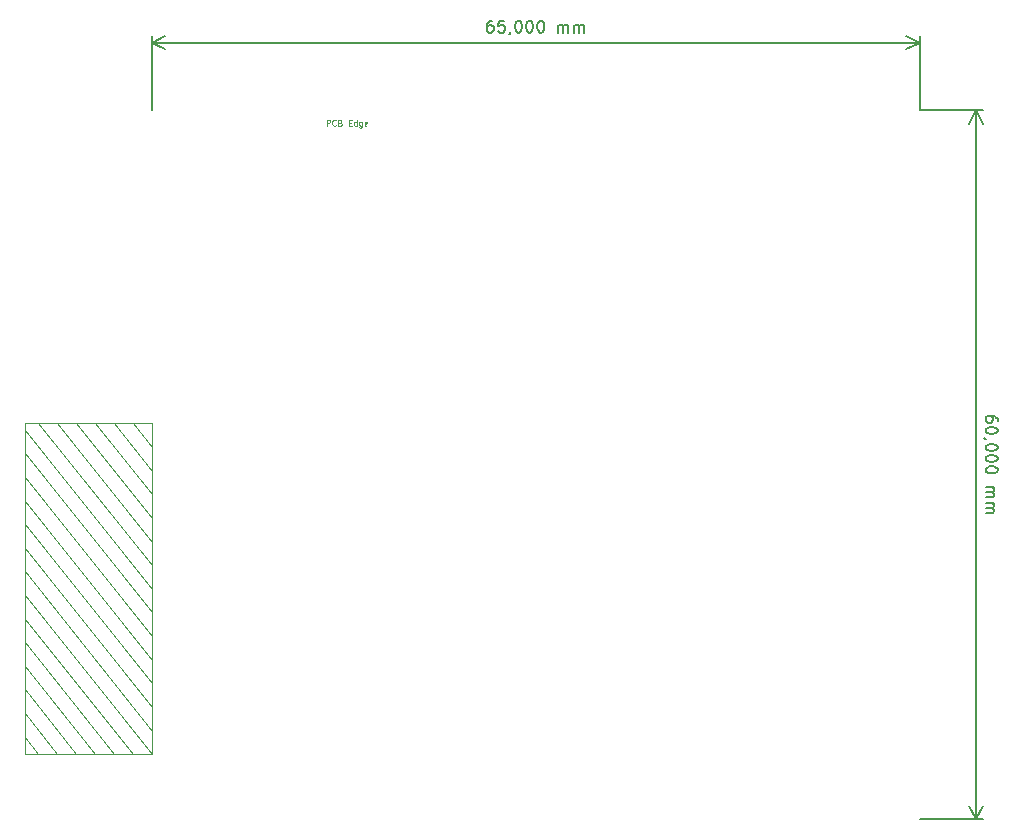
<source format=gbr>
G04 #@! TF.GenerationSoftware,KiCad,Pcbnew,5.1.4-e60b266~84~ubuntu18.04.1*
G04 #@! TF.CreationDate,2020-01-21T10:37:06-03:00*
G04 #@! TF.ProjectId,tecsci_dip,74656373-6369-45f6-9469-702e6b696361,v1.3*
G04 #@! TF.SameCoordinates,Original*
G04 #@! TF.FileFunction,Drawing*
%FSLAX46Y46*%
G04 Gerber Fmt 4.6, Leading zero omitted, Abs format (unit mm)*
G04 Created by KiCad (PCBNEW 5.1.4-e60b266~84~ubuntu18.04.1) date 2020-01-21 10:37:06*
%MOMM*%
%LPD*%
G04 APERTURE LIST*
%ADD10C,0.150000*%
%ADD11C,0.100000*%
%ADD12C,0.080000*%
G04 APERTURE END LIST*
D10*
X127597619Y-81333333D02*
X127597619Y-81142857D01*
X127550000Y-81047619D01*
X127502380Y-81000000D01*
X127359523Y-80904761D01*
X127169047Y-80857142D01*
X126788095Y-80857142D01*
X126692857Y-80904761D01*
X126645238Y-80952380D01*
X126597619Y-81047619D01*
X126597619Y-81238095D01*
X126645238Y-81333333D01*
X126692857Y-81380952D01*
X126788095Y-81428571D01*
X127026190Y-81428571D01*
X127121428Y-81380952D01*
X127169047Y-81333333D01*
X127216666Y-81238095D01*
X127216666Y-81047619D01*
X127169047Y-80952380D01*
X127121428Y-80904761D01*
X127026190Y-80857142D01*
X127597619Y-82047619D02*
X127597619Y-82142857D01*
X127550000Y-82238095D01*
X127502380Y-82285714D01*
X127407142Y-82333333D01*
X127216666Y-82380952D01*
X126978571Y-82380952D01*
X126788095Y-82333333D01*
X126692857Y-82285714D01*
X126645238Y-82238095D01*
X126597619Y-82142857D01*
X126597619Y-82047619D01*
X126645238Y-81952380D01*
X126692857Y-81904761D01*
X126788095Y-81857142D01*
X126978571Y-81809523D01*
X127216666Y-81809523D01*
X127407142Y-81857142D01*
X127502380Y-81904761D01*
X127550000Y-81952380D01*
X127597619Y-82047619D01*
X126645238Y-82857142D02*
X126597619Y-82857142D01*
X126502380Y-82809523D01*
X126454761Y-82761904D01*
X127597619Y-83476190D02*
X127597619Y-83571428D01*
X127550000Y-83666666D01*
X127502380Y-83714285D01*
X127407142Y-83761904D01*
X127216666Y-83809523D01*
X126978571Y-83809523D01*
X126788095Y-83761904D01*
X126692857Y-83714285D01*
X126645238Y-83666666D01*
X126597619Y-83571428D01*
X126597619Y-83476190D01*
X126645238Y-83380952D01*
X126692857Y-83333333D01*
X126788095Y-83285714D01*
X126978571Y-83238095D01*
X127216666Y-83238095D01*
X127407142Y-83285714D01*
X127502380Y-83333333D01*
X127550000Y-83380952D01*
X127597619Y-83476190D01*
X127597619Y-84428571D02*
X127597619Y-84523809D01*
X127550000Y-84619047D01*
X127502380Y-84666666D01*
X127407142Y-84714285D01*
X127216666Y-84761904D01*
X126978571Y-84761904D01*
X126788095Y-84714285D01*
X126692857Y-84666666D01*
X126645238Y-84619047D01*
X126597619Y-84523809D01*
X126597619Y-84428571D01*
X126645238Y-84333333D01*
X126692857Y-84285714D01*
X126788095Y-84238095D01*
X126978571Y-84190476D01*
X127216666Y-84190476D01*
X127407142Y-84238095D01*
X127502380Y-84285714D01*
X127550000Y-84333333D01*
X127597619Y-84428571D01*
X127597619Y-85380952D02*
X127597619Y-85476190D01*
X127550000Y-85571428D01*
X127502380Y-85619047D01*
X127407142Y-85666666D01*
X127216666Y-85714285D01*
X126978571Y-85714285D01*
X126788095Y-85666666D01*
X126692857Y-85619047D01*
X126645238Y-85571428D01*
X126597619Y-85476190D01*
X126597619Y-85380952D01*
X126645238Y-85285714D01*
X126692857Y-85238095D01*
X126788095Y-85190476D01*
X126978571Y-85142857D01*
X127216666Y-85142857D01*
X127407142Y-85190476D01*
X127502380Y-85238095D01*
X127550000Y-85285714D01*
X127597619Y-85380952D01*
X126597619Y-86904761D02*
X127264285Y-86904761D01*
X127169047Y-86904761D02*
X127216666Y-86952380D01*
X127264285Y-87047619D01*
X127264285Y-87190476D01*
X127216666Y-87285714D01*
X127121428Y-87333333D01*
X126597619Y-87333333D01*
X127121428Y-87333333D02*
X127216666Y-87380952D01*
X127264285Y-87476190D01*
X127264285Y-87619047D01*
X127216666Y-87714285D01*
X127121428Y-87761904D01*
X126597619Y-87761904D01*
X126597619Y-88238095D02*
X127264285Y-88238095D01*
X127169047Y-88238095D02*
X127216666Y-88285714D01*
X127264285Y-88380952D01*
X127264285Y-88523809D01*
X127216666Y-88619047D01*
X127121428Y-88666666D01*
X126597619Y-88666666D01*
X127121428Y-88666666D02*
X127216666Y-88714285D01*
X127264285Y-88809523D01*
X127264285Y-88952380D01*
X127216666Y-89047619D01*
X127121428Y-89095238D01*
X126597619Y-89095238D01*
X125750000Y-55000000D02*
X125750000Y-115000000D01*
X121000000Y-55000000D02*
X126336421Y-55000000D01*
X121000000Y-115000000D02*
X126336421Y-115000000D01*
X125750000Y-115000000D02*
X125163579Y-113873496D01*
X125750000Y-115000000D02*
X126336421Y-113873496D01*
X125750000Y-55000000D02*
X125163579Y-56126504D01*
X125750000Y-55000000D02*
X126336421Y-56126504D01*
X84833333Y-47402380D02*
X84642857Y-47402380D01*
X84547619Y-47450000D01*
X84500000Y-47497619D01*
X84404761Y-47640476D01*
X84357142Y-47830952D01*
X84357142Y-48211904D01*
X84404761Y-48307142D01*
X84452380Y-48354761D01*
X84547619Y-48402380D01*
X84738095Y-48402380D01*
X84833333Y-48354761D01*
X84880952Y-48307142D01*
X84928571Y-48211904D01*
X84928571Y-47973809D01*
X84880952Y-47878571D01*
X84833333Y-47830952D01*
X84738095Y-47783333D01*
X84547619Y-47783333D01*
X84452380Y-47830952D01*
X84404761Y-47878571D01*
X84357142Y-47973809D01*
X85833333Y-47402380D02*
X85357142Y-47402380D01*
X85309523Y-47878571D01*
X85357142Y-47830952D01*
X85452380Y-47783333D01*
X85690476Y-47783333D01*
X85785714Y-47830952D01*
X85833333Y-47878571D01*
X85880952Y-47973809D01*
X85880952Y-48211904D01*
X85833333Y-48307142D01*
X85785714Y-48354761D01*
X85690476Y-48402380D01*
X85452380Y-48402380D01*
X85357142Y-48354761D01*
X85309523Y-48307142D01*
X86357142Y-48354761D02*
X86357142Y-48402380D01*
X86309523Y-48497619D01*
X86261904Y-48545238D01*
X86976190Y-47402380D02*
X87071428Y-47402380D01*
X87166666Y-47450000D01*
X87214285Y-47497619D01*
X87261904Y-47592857D01*
X87309523Y-47783333D01*
X87309523Y-48021428D01*
X87261904Y-48211904D01*
X87214285Y-48307142D01*
X87166666Y-48354761D01*
X87071428Y-48402380D01*
X86976190Y-48402380D01*
X86880952Y-48354761D01*
X86833333Y-48307142D01*
X86785714Y-48211904D01*
X86738095Y-48021428D01*
X86738095Y-47783333D01*
X86785714Y-47592857D01*
X86833333Y-47497619D01*
X86880952Y-47450000D01*
X86976190Y-47402380D01*
X87928571Y-47402380D02*
X88023809Y-47402380D01*
X88119047Y-47450000D01*
X88166666Y-47497619D01*
X88214285Y-47592857D01*
X88261904Y-47783333D01*
X88261904Y-48021428D01*
X88214285Y-48211904D01*
X88166666Y-48307142D01*
X88119047Y-48354761D01*
X88023809Y-48402380D01*
X87928571Y-48402380D01*
X87833333Y-48354761D01*
X87785714Y-48307142D01*
X87738095Y-48211904D01*
X87690476Y-48021428D01*
X87690476Y-47783333D01*
X87738095Y-47592857D01*
X87785714Y-47497619D01*
X87833333Y-47450000D01*
X87928571Y-47402380D01*
X88880952Y-47402380D02*
X88976190Y-47402380D01*
X89071428Y-47450000D01*
X89119047Y-47497619D01*
X89166666Y-47592857D01*
X89214285Y-47783333D01*
X89214285Y-48021428D01*
X89166666Y-48211904D01*
X89119047Y-48307142D01*
X89071428Y-48354761D01*
X88976190Y-48402380D01*
X88880952Y-48402380D01*
X88785714Y-48354761D01*
X88738095Y-48307142D01*
X88690476Y-48211904D01*
X88642857Y-48021428D01*
X88642857Y-47783333D01*
X88690476Y-47592857D01*
X88738095Y-47497619D01*
X88785714Y-47450000D01*
X88880952Y-47402380D01*
X90404761Y-48402380D02*
X90404761Y-47735714D01*
X90404761Y-47830952D02*
X90452380Y-47783333D01*
X90547619Y-47735714D01*
X90690476Y-47735714D01*
X90785714Y-47783333D01*
X90833333Y-47878571D01*
X90833333Y-48402380D01*
X90833333Y-47878571D02*
X90880952Y-47783333D01*
X90976190Y-47735714D01*
X91119047Y-47735714D01*
X91214285Y-47783333D01*
X91261904Y-47878571D01*
X91261904Y-48402380D01*
X91738095Y-48402380D02*
X91738095Y-47735714D01*
X91738095Y-47830952D02*
X91785714Y-47783333D01*
X91880952Y-47735714D01*
X92023809Y-47735714D01*
X92119047Y-47783333D01*
X92166666Y-47878571D01*
X92166666Y-48402380D01*
X92166666Y-47878571D02*
X92214285Y-47783333D01*
X92309523Y-47735714D01*
X92452380Y-47735714D01*
X92547619Y-47783333D01*
X92595238Y-47878571D01*
X92595238Y-48402380D01*
X121000000Y-49250000D02*
X56000000Y-49250000D01*
X121000000Y-55000000D02*
X121000000Y-48663579D01*
X56000000Y-55000000D02*
X56000000Y-48663579D01*
X56000000Y-49250000D02*
X57126504Y-48663579D01*
X56000000Y-49250000D02*
X57126504Y-49836421D01*
X121000000Y-49250000D02*
X119873496Y-48663579D01*
X121000000Y-49250000D02*
X119873496Y-49836421D01*
D11*
X54415000Y-81500000D02*
X56030000Y-83500000D01*
X52800000Y-81500000D02*
X56030000Y-85500000D01*
X51185000Y-81500000D02*
X56030000Y-87500000D01*
X49570000Y-81500000D02*
X56030000Y-89500000D01*
X47955000Y-81500000D02*
X56030000Y-91500000D01*
X46340000Y-81500000D02*
X56030000Y-93500000D01*
X45250000Y-82025000D02*
X56030000Y-95500000D01*
X45250000Y-84025000D02*
X56030000Y-97500000D01*
X45250000Y-86025000D02*
X56030000Y-99500000D01*
X45250000Y-88025000D02*
X56030000Y-101500000D01*
X56030000Y-103500000D02*
X45250000Y-90025000D01*
X45250000Y-92025000D02*
X56030000Y-105500000D01*
X45250000Y-94025000D02*
X56030000Y-107500000D01*
X45250000Y-96025000D02*
X56030000Y-109500000D01*
X45250000Y-98025000D02*
X54415000Y-109500000D01*
X45250000Y-100025000D02*
X52800000Y-109500000D01*
X45250000Y-102025000D02*
X51185000Y-109500000D01*
X45250000Y-104025000D02*
X49570000Y-109500000D01*
X45250000Y-106025000D02*
X47955000Y-109500000D01*
X45250000Y-108025000D02*
X46340000Y-109500000D01*
X45250000Y-81500000D02*
X45250000Y-109500000D01*
X56030000Y-81500000D02*
X45250000Y-81500000D01*
X56030000Y-81500000D02*
X56030000Y-109500000D01*
X56030000Y-109500000D02*
X45250000Y-109500000D01*
D12*
X70785714Y-56288690D02*
X70785714Y-55788690D01*
X70976190Y-55788690D01*
X71023809Y-55812500D01*
X71047619Y-55836309D01*
X71071428Y-55883928D01*
X71071428Y-55955357D01*
X71047619Y-56002976D01*
X71023809Y-56026785D01*
X70976190Y-56050595D01*
X70785714Y-56050595D01*
X71571428Y-56241071D02*
X71547619Y-56264880D01*
X71476190Y-56288690D01*
X71428571Y-56288690D01*
X71357142Y-56264880D01*
X71309523Y-56217261D01*
X71285714Y-56169642D01*
X71261904Y-56074404D01*
X71261904Y-56002976D01*
X71285714Y-55907738D01*
X71309523Y-55860119D01*
X71357142Y-55812500D01*
X71428571Y-55788690D01*
X71476190Y-55788690D01*
X71547619Y-55812500D01*
X71571428Y-55836309D01*
X71952380Y-56026785D02*
X72023809Y-56050595D01*
X72047619Y-56074404D01*
X72071428Y-56122023D01*
X72071428Y-56193452D01*
X72047619Y-56241071D01*
X72023809Y-56264880D01*
X71976190Y-56288690D01*
X71785714Y-56288690D01*
X71785714Y-55788690D01*
X71952380Y-55788690D01*
X72000000Y-55812500D01*
X72023809Y-55836309D01*
X72047619Y-55883928D01*
X72047619Y-55931547D01*
X72023809Y-55979166D01*
X72000000Y-56002976D01*
X71952380Y-56026785D01*
X71785714Y-56026785D01*
X72666666Y-56026785D02*
X72833333Y-56026785D01*
X72904761Y-56288690D02*
X72666666Y-56288690D01*
X72666666Y-55788690D01*
X72904761Y-55788690D01*
X73333333Y-56288690D02*
X73333333Y-55788690D01*
X73333333Y-56264880D02*
X73285714Y-56288690D01*
X73190476Y-56288690D01*
X73142857Y-56264880D01*
X73119047Y-56241071D01*
X73095238Y-56193452D01*
X73095238Y-56050595D01*
X73119047Y-56002976D01*
X73142857Y-55979166D01*
X73190476Y-55955357D01*
X73285714Y-55955357D01*
X73333333Y-55979166D01*
X73785714Y-55955357D02*
X73785714Y-56360119D01*
X73761904Y-56407738D01*
X73738095Y-56431547D01*
X73690476Y-56455357D01*
X73619047Y-56455357D01*
X73571428Y-56431547D01*
X73785714Y-56264880D02*
X73738095Y-56288690D01*
X73642857Y-56288690D01*
X73595238Y-56264880D01*
X73571428Y-56241071D01*
X73547619Y-56193452D01*
X73547619Y-56050595D01*
X73571428Y-56002976D01*
X73595238Y-55979166D01*
X73642857Y-55955357D01*
X73738095Y-55955357D01*
X73785714Y-55979166D01*
X74214285Y-56264880D02*
X74166666Y-56288690D01*
X74071428Y-56288690D01*
X74023809Y-56264880D01*
X74000000Y-56217261D01*
X74000000Y-56026785D01*
X74023809Y-55979166D01*
X74071428Y-55955357D01*
X74166666Y-55955357D01*
X74214285Y-55979166D01*
X74238095Y-56026785D01*
X74238095Y-56074404D01*
X74000000Y-56122023D01*
M02*

</source>
